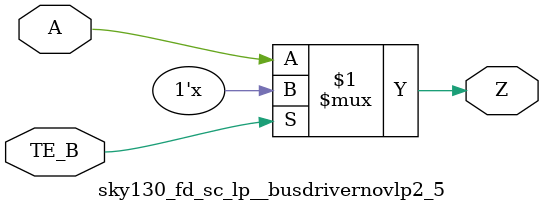
<source format=v>
module sky130_fd_sc_lp__busdrivernovlp2_5 (
    Z   ,
    A   ,
    TE_B
);
    output Z   ;
    input  A   ;
    input  TE_B;
    bufif0 bufif00 (Z     , A, TE_B        );
endmodule
</source>
